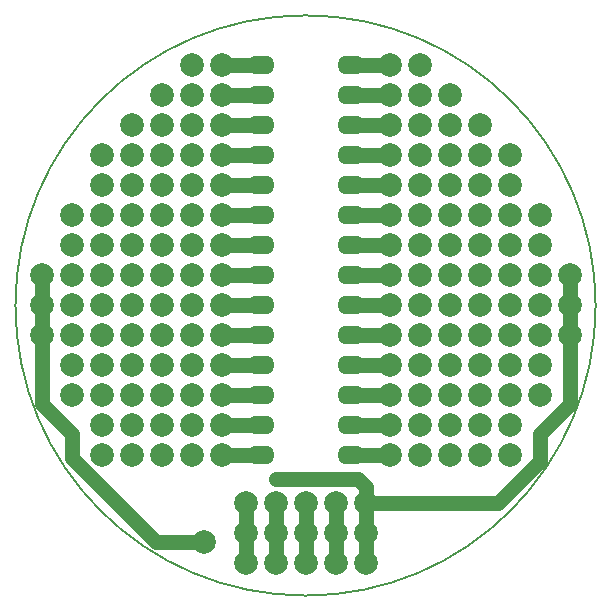
<source format=gbl>
G04 #@! TF.FileFunction,Copper,L2,Bot,Signal*
%FSLAX46Y46*%
G04 Gerber Fmt 4.6, Leading zero omitted, Abs format (unit mm)*
G04 Created by KiCad (PCBNEW 4.0.2-4+6225~38~ubuntu15.10.1-stable) date So 13 Mär 2016 18:41:02 CET*
%MOMM*%
G01*
G04 APERTURE LIST*
%ADD10C,0.100000*%
%ADD11C,0.150000*%
%ADD12C,1.998980*%
%ADD13O,2.300000X1.600000*%
%ADD14C,1.250000*%
G04 APERTURE END LIST*
D10*
D11*
X173659800Y-123444000D02*
G75*
G03X173659800Y-123444000I-24561800J0D01*
G01*
D12*
X140462000Y-143510000D03*
X158750000Y-103124000D03*
X139446000Y-103124000D03*
X156210000Y-103124000D03*
X141986000Y-103124000D03*
X158750000Y-105664000D03*
X156210000Y-105664000D03*
X161290000Y-105664000D03*
X161290000Y-108204000D03*
X158750000Y-108204000D03*
X163830000Y-108204000D03*
X156210000Y-108204000D03*
X141986000Y-105664000D03*
X139446000Y-105664000D03*
X136906000Y-105664000D03*
X139446000Y-108204000D03*
X136906000Y-108204000D03*
X141986000Y-108204000D03*
X134366000Y-108204000D03*
X126746000Y-123444000D03*
X126746000Y-120904000D03*
X126746000Y-125984000D03*
X129286000Y-125984000D03*
X129286000Y-128524000D03*
X129286000Y-131064000D03*
X129286000Y-123444000D03*
X129286000Y-120904000D03*
X129286000Y-115824000D03*
X129286000Y-118364000D03*
X171450000Y-123444000D03*
X171450000Y-120904000D03*
X171450000Y-125984000D03*
X168910000Y-115824000D03*
X168910000Y-118364000D03*
X168910000Y-123444000D03*
X168910000Y-120904000D03*
X168910000Y-128524000D03*
X168910000Y-125984000D03*
X168910000Y-131064000D03*
X158750000Y-113284000D03*
X161290000Y-113284000D03*
X158750000Y-115824000D03*
X161290000Y-115824000D03*
X161290000Y-118364000D03*
X158750000Y-118364000D03*
X163830000Y-113284000D03*
X166370000Y-110744000D03*
X166370000Y-113284000D03*
X163830000Y-110744000D03*
X158750000Y-128524000D03*
X158750000Y-125984000D03*
X161290000Y-125984000D03*
X166370000Y-125984000D03*
X161290000Y-123444000D03*
X166370000Y-120904000D03*
X163830000Y-125984000D03*
X166370000Y-123444000D03*
X163830000Y-120904000D03*
X161290000Y-120904000D03*
X163830000Y-123444000D03*
X158750000Y-123444000D03*
X158750000Y-120904000D03*
X161290000Y-136144000D03*
X166370000Y-136144000D03*
X163830000Y-133604000D03*
X166370000Y-133604000D03*
X163830000Y-136144000D03*
X161290000Y-133604000D03*
X163830000Y-131064000D03*
X163830000Y-128524000D03*
X161290000Y-128524000D03*
X161290000Y-131064000D03*
X166370000Y-128524000D03*
X166370000Y-131064000D03*
X158750000Y-133604000D03*
X158750000Y-131064000D03*
X158750000Y-136144000D03*
X163830000Y-118364000D03*
X166370000Y-118364000D03*
X163830000Y-115824000D03*
X166370000Y-115824000D03*
X161290000Y-110744000D03*
X158750000Y-110744000D03*
X156210000Y-118364000D03*
X156210000Y-115824000D03*
X156210000Y-120904000D03*
X156210000Y-123444000D03*
X156210000Y-125984000D03*
X156210000Y-128524000D03*
X156210000Y-113284000D03*
X156210000Y-131064000D03*
X156210000Y-136144000D03*
X156210000Y-133604000D03*
X144018000Y-145288000D03*
X144018000Y-142748000D03*
X146558000Y-145288000D03*
X146558000Y-142748000D03*
X151638000Y-145288000D03*
X151638000Y-142748000D03*
X149098000Y-145288000D03*
X149098000Y-142748000D03*
X154178000Y-145288000D03*
X154178000Y-142748000D03*
X144018000Y-140208000D03*
X146558000Y-140208000D03*
X149098000Y-140208000D03*
X154178000Y-140208000D03*
X151638000Y-140208000D03*
X131826000Y-125984000D03*
X134366000Y-125984000D03*
X134366000Y-123444000D03*
X131826000Y-120904000D03*
X131826000Y-123444000D03*
X131826000Y-131064000D03*
X131826000Y-128524000D03*
X134366000Y-131064000D03*
X134366000Y-128524000D03*
X136906000Y-131064000D03*
X136906000Y-128524000D03*
X141986000Y-131064000D03*
X139446000Y-131064000D03*
X141986000Y-128524000D03*
X141986000Y-125984000D03*
X139446000Y-125984000D03*
X139446000Y-128524000D03*
X139446000Y-123444000D03*
X139446000Y-120904000D03*
X141986000Y-123444000D03*
X141986000Y-120904000D03*
X136906000Y-125984000D03*
X136906000Y-123444000D03*
X136906000Y-120904000D03*
X134366000Y-120904000D03*
X134366000Y-133604000D03*
X131826000Y-136144000D03*
X131826000Y-133604000D03*
X134366000Y-136144000D03*
X139446000Y-118364000D03*
X141986000Y-118364000D03*
X141986000Y-110744000D03*
X141986000Y-115824000D03*
X141986000Y-113284000D03*
X139446000Y-110744000D03*
X131826000Y-118364000D03*
X136906000Y-118364000D03*
X131826000Y-115824000D03*
X134366000Y-118364000D03*
X136906000Y-110744000D03*
X139446000Y-115824000D03*
X134366000Y-113284000D03*
X136906000Y-115824000D03*
X136906000Y-113284000D03*
X139446000Y-113284000D03*
X134366000Y-115824000D03*
X136906000Y-133604000D03*
X139446000Y-133604000D03*
X139446000Y-136144000D03*
X141986000Y-136144000D03*
X136906000Y-136144000D03*
X141986000Y-133604000D03*
X131826000Y-113284000D03*
X131826000Y-110744000D03*
X134366000Y-110744000D03*
X156210000Y-110744000D03*
D13*
X145288000Y-136144000D03*
X145288000Y-133604000D03*
X145288000Y-131064000D03*
X145288000Y-128524000D03*
X145288000Y-125984000D03*
X145288000Y-123444000D03*
X145288000Y-120904000D03*
X145288000Y-118364000D03*
X145288000Y-115824000D03*
X145288000Y-113284000D03*
X145288000Y-110744000D03*
X145288000Y-108204000D03*
X145288000Y-105664000D03*
X145288000Y-103124000D03*
X152908000Y-103124000D03*
X152908000Y-105664000D03*
X152908000Y-108204000D03*
X152908000Y-110744000D03*
X152908000Y-113284000D03*
X152908000Y-115824000D03*
X152908000Y-118364000D03*
X152908000Y-120904000D03*
X152908000Y-123444000D03*
X152908000Y-125984000D03*
X152908000Y-128524000D03*
X152908000Y-131064000D03*
X152908000Y-133604000D03*
X152908000Y-136144000D03*
D14*
X126746000Y-125984000D02*
X126746000Y-131826000D01*
X126746000Y-131826000D02*
X129286000Y-134366000D01*
X129286000Y-134366000D02*
X129286000Y-136398000D01*
X129286000Y-136398000D02*
X136398000Y-143510000D01*
X136398000Y-143510000D02*
X140462000Y-143510000D01*
X153559492Y-138176000D02*
X146558000Y-138176000D01*
X154178000Y-140208000D02*
X154178000Y-138794508D01*
X154178000Y-138794508D02*
X153559492Y-138176000D01*
X154178000Y-140208000D02*
X165354000Y-140208000D01*
X168910000Y-136652000D02*
X168910000Y-134366000D01*
X168910000Y-134366000D02*
X171450000Y-131826000D01*
X165354000Y-140208000D02*
X168910000Y-136652000D01*
X171450000Y-131826000D02*
X171450000Y-125984000D01*
X126746000Y-123444000D02*
X126746000Y-125984000D01*
X126746000Y-120904000D02*
X126746000Y-123444000D01*
X171450000Y-125984000D02*
X171450000Y-123444000D01*
X171450000Y-120904000D02*
X171450000Y-123444000D01*
X145288000Y-136144000D02*
X141986000Y-136144000D01*
X141986000Y-133604000D02*
X145288000Y-133604000D01*
X145288000Y-131064000D02*
X141986000Y-131064000D01*
X141986000Y-128524000D02*
X145288000Y-128524000D01*
X145288000Y-125984000D02*
X141986000Y-125984000D01*
X141986000Y-123444000D02*
X145288000Y-123444000D01*
X145288000Y-120904000D02*
X141986000Y-120904000D01*
X141986000Y-118364000D02*
X145288000Y-118364000D01*
X145288000Y-115824000D02*
X141986000Y-115824000D01*
X141986000Y-113284000D02*
X145288000Y-113284000D01*
X145288000Y-110744000D02*
X141986000Y-110744000D01*
X141986000Y-108204000D02*
X145288000Y-108204000D01*
X145288000Y-105664000D02*
X141986000Y-105664000D01*
X141986000Y-103124000D02*
X145288000Y-103124000D01*
X156210000Y-103124000D02*
X152908000Y-103124000D01*
X152908000Y-105664000D02*
X156210000Y-105664000D01*
X156210000Y-108204000D02*
X152908000Y-108204000D01*
X152908000Y-110744000D02*
X156210000Y-110744000D01*
X156210000Y-113284000D02*
X152908000Y-113284000D01*
X152908000Y-115824000D02*
X156210000Y-115824000D01*
X152908000Y-118364000D02*
X156210000Y-118364000D01*
X152908000Y-120904000D02*
X156210000Y-120904000D01*
X152908000Y-123444000D02*
X156210000Y-123444000D01*
X152908000Y-125984000D02*
X156210000Y-125984000D01*
X152908000Y-128524000D02*
X156210000Y-128524000D01*
X152908000Y-131064000D02*
X156210000Y-131064000D01*
X152908000Y-133604000D02*
X156210000Y-133604000D01*
X152908000Y-136144000D02*
X156210000Y-136144000D01*
X144018000Y-142748000D02*
X144018000Y-140208000D01*
X151638000Y-142748000D02*
X151638000Y-140208000D01*
X151638000Y-145288000D02*
X151638000Y-142748000D01*
X149098000Y-142748000D02*
X149098000Y-140208000D01*
X149098000Y-145288000D02*
X149098000Y-142748000D01*
X146558000Y-140208000D02*
X146558000Y-142748000D01*
X146558000Y-145288000D02*
X146558000Y-142748000D01*
X144018000Y-145288000D02*
X144018000Y-142748000D01*
X154178000Y-145288000D02*
X154178000Y-142748000D01*
X154178000Y-142748000D02*
X154178000Y-140208000D01*
M02*

</source>
